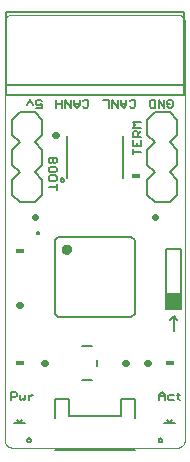
<source format=gto>
G75*
%MOIN*%
%OFA0B0*%
%FSLAX25Y25*%
%IPPOS*%
%LPD*%
%AMOC8*
5,1,8,0,0,1.08239X$1,22.5*
%
%ADD10C,0.00000*%
%ADD11C,0.00500*%
%ADD12C,0.00800*%
%ADD13C,0.02200*%
%ADD14R,0.03000X0.01800*%
%ADD15C,0.00600*%
%ADD16C,0.00787*%
%ADD17C,0.01575*%
D10*
X0032595Y0027058D02*
X0032595Y0166433D01*
X0032597Y0166531D01*
X0032603Y0166629D01*
X0032612Y0166727D01*
X0032626Y0166824D01*
X0032643Y0166921D01*
X0032664Y0167017D01*
X0032689Y0167112D01*
X0032717Y0167206D01*
X0032750Y0167298D01*
X0032785Y0167390D01*
X0032825Y0167480D01*
X0032867Y0167568D01*
X0032914Y0167655D01*
X0032963Y0167739D01*
X0033016Y0167822D01*
X0033072Y0167902D01*
X0033132Y0167981D01*
X0033194Y0168057D01*
X0033259Y0168130D01*
X0033327Y0168201D01*
X0033398Y0168269D01*
X0033471Y0168334D01*
X0033547Y0168396D01*
X0033626Y0168456D01*
X0033706Y0168512D01*
X0033789Y0168565D01*
X0033873Y0168614D01*
X0033960Y0168661D01*
X0034048Y0168703D01*
X0034138Y0168743D01*
X0034230Y0168778D01*
X0034322Y0168811D01*
X0034416Y0168839D01*
X0034511Y0168864D01*
X0034607Y0168885D01*
X0034704Y0168902D01*
X0034801Y0168916D01*
X0034899Y0168925D01*
X0034997Y0168931D01*
X0035095Y0168933D01*
X0090095Y0168933D01*
X0090193Y0168931D01*
X0090291Y0168925D01*
X0090389Y0168916D01*
X0090486Y0168902D01*
X0090583Y0168885D01*
X0090679Y0168864D01*
X0090774Y0168839D01*
X0090868Y0168811D01*
X0090960Y0168778D01*
X0091052Y0168743D01*
X0091142Y0168703D01*
X0091230Y0168661D01*
X0091317Y0168614D01*
X0091401Y0168565D01*
X0091484Y0168512D01*
X0091564Y0168456D01*
X0091643Y0168396D01*
X0091719Y0168334D01*
X0091792Y0168269D01*
X0091863Y0168201D01*
X0091931Y0168130D01*
X0091996Y0168057D01*
X0092058Y0167981D01*
X0092118Y0167902D01*
X0092174Y0167822D01*
X0092227Y0167739D01*
X0092276Y0167655D01*
X0092323Y0167568D01*
X0092365Y0167480D01*
X0092405Y0167390D01*
X0092440Y0167298D01*
X0092473Y0167206D01*
X0092501Y0167112D01*
X0092526Y0167017D01*
X0092547Y0166921D01*
X0092564Y0166824D01*
X0092578Y0166727D01*
X0092587Y0166629D01*
X0092593Y0166531D01*
X0092595Y0166433D01*
X0092595Y0027058D01*
X0092593Y0026960D01*
X0092587Y0026862D01*
X0092578Y0026764D01*
X0092564Y0026667D01*
X0092547Y0026570D01*
X0092526Y0026474D01*
X0092501Y0026379D01*
X0092473Y0026285D01*
X0092440Y0026193D01*
X0092405Y0026101D01*
X0092365Y0026011D01*
X0092323Y0025923D01*
X0092276Y0025836D01*
X0092227Y0025752D01*
X0092174Y0025669D01*
X0092118Y0025589D01*
X0092058Y0025510D01*
X0091996Y0025434D01*
X0091931Y0025361D01*
X0091863Y0025290D01*
X0091792Y0025222D01*
X0091719Y0025157D01*
X0091643Y0025095D01*
X0091564Y0025035D01*
X0091484Y0024979D01*
X0091401Y0024926D01*
X0091317Y0024877D01*
X0091230Y0024830D01*
X0091142Y0024788D01*
X0091052Y0024748D01*
X0090960Y0024713D01*
X0090868Y0024680D01*
X0090774Y0024652D01*
X0090679Y0024627D01*
X0090583Y0024606D01*
X0090486Y0024589D01*
X0090389Y0024575D01*
X0090291Y0024566D01*
X0090193Y0024560D01*
X0090095Y0024558D01*
X0035095Y0024558D01*
X0034997Y0024560D01*
X0034899Y0024566D01*
X0034801Y0024575D01*
X0034704Y0024589D01*
X0034607Y0024606D01*
X0034511Y0024627D01*
X0034416Y0024652D01*
X0034322Y0024680D01*
X0034230Y0024713D01*
X0034138Y0024748D01*
X0034048Y0024788D01*
X0033960Y0024830D01*
X0033873Y0024877D01*
X0033789Y0024926D01*
X0033706Y0024979D01*
X0033626Y0025035D01*
X0033547Y0025095D01*
X0033471Y0025157D01*
X0033398Y0025222D01*
X0033327Y0025290D01*
X0033259Y0025361D01*
X0033194Y0025434D01*
X0033132Y0025510D01*
X0033072Y0025589D01*
X0033016Y0025669D01*
X0032963Y0025752D01*
X0032914Y0025836D01*
X0032867Y0025923D01*
X0032825Y0026011D01*
X0032785Y0026101D01*
X0032750Y0026193D01*
X0032717Y0026285D01*
X0032689Y0026379D01*
X0032664Y0026474D01*
X0032643Y0026570D01*
X0032626Y0026667D01*
X0032612Y0026764D01*
X0032603Y0026862D01*
X0032597Y0026960D01*
X0032595Y0027058D01*
D11*
X0034720Y0040433D02*
X0034720Y0043135D01*
X0036071Y0043135D01*
X0036522Y0042685D01*
X0036522Y0041784D01*
X0036071Y0041334D01*
X0034720Y0041334D01*
X0037667Y0040883D02*
X0038117Y0040433D01*
X0038567Y0040883D01*
X0039018Y0040433D01*
X0039468Y0040883D01*
X0039468Y0042235D01*
X0040613Y0042235D02*
X0040613Y0040433D01*
X0040613Y0041334D02*
X0041514Y0042235D01*
X0041964Y0042235D01*
X0037667Y0042235D02*
X0037667Y0040883D01*
X0040095Y0027058D02*
X0040097Y0027108D01*
X0040103Y0027157D01*
X0040113Y0027206D01*
X0040126Y0027253D01*
X0040144Y0027300D01*
X0040165Y0027345D01*
X0040189Y0027388D01*
X0040217Y0027429D01*
X0040248Y0027468D01*
X0040282Y0027504D01*
X0040319Y0027538D01*
X0040359Y0027568D01*
X0040400Y0027595D01*
X0040444Y0027619D01*
X0040489Y0027639D01*
X0040536Y0027655D01*
X0040584Y0027668D01*
X0040633Y0027677D01*
X0040683Y0027682D01*
X0040732Y0027683D01*
X0040782Y0027680D01*
X0040831Y0027673D01*
X0040880Y0027662D01*
X0040927Y0027648D01*
X0040973Y0027629D01*
X0041018Y0027607D01*
X0041061Y0027582D01*
X0041101Y0027553D01*
X0041139Y0027521D01*
X0041175Y0027487D01*
X0041208Y0027449D01*
X0041237Y0027409D01*
X0041263Y0027367D01*
X0041286Y0027323D01*
X0041305Y0027277D01*
X0041321Y0027230D01*
X0041333Y0027181D01*
X0041341Y0027132D01*
X0041345Y0027083D01*
X0041345Y0027033D01*
X0041341Y0026984D01*
X0041333Y0026935D01*
X0041321Y0026886D01*
X0041305Y0026839D01*
X0041286Y0026793D01*
X0041263Y0026749D01*
X0041237Y0026707D01*
X0041208Y0026667D01*
X0041175Y0026629D01*
X0041139Y0026595D01*
X0041101Y0026563D01*
X0041061Y0026534D01*
X0041018Y0026509D01*
X0040973Y0026487D01*
X0040927Y0026468D01*
X0040880Y0026454D01*
X0040831Y0026443D01*
X0040782Y0026436D01*
X0040732Y0026433D01*
X0040683Y0026434D01*
X0040633Y0026439D01*
X0040584Y0026448D01*
X0040536Y0026461D01*
X0040489Y0026477D01*
X0040444Y0026497D01*
X0040400Y0026521D01*
X0040359Y0026548D01*
X0040319Y0026578D01*
X0040282Y0026612D01*
X0040248Y0026648D01*
X0040217Y0026687D01*
X0040189Y0026728D01*
X0040165Y0026771D01*
X0040144Y0026816D01*
X0040126Y0026863D01*
X0040113Y0026910D01*
X0040103Y0026959D01*
X0040097Y0027008D01*
X0040095Y0027058D01*
X0083845Y0027058D02*
X0083847Y0027108D01*
X0083853Y0027157D01*
X0083863Y0027206D01*
X0083876Y0027253D01*
X0083894Y0027300D01*
X0083915Y0027345D01*
X0083939Y0027388D01*
X0083967Y0027429D01*
X0083998Y0027468D01*
X0084032Y0027504D01*
X0084069Y0027538D01*
X0084109Y0027568D01*
X0084150Y0027595D01*
X0084194Y0027619D01*
X0084239Y0027639D01*
X0084286Y0027655D01*
X0084334Y0027668D01*
X0084383Y0027677D01*
X0084433Y0027682D01*
X0084482Y0027683D01*
X0084532Y0027680D01*
X0084581Y0027673D01*
X0084630Y0027662D01*
X0084677Y0027648D01*
X0084723Y0027629D01*
X0084768Y0027607D01*
X0084811Y0027582D01*
X0084851Y0027553D01*
X0084889Y0027521D01*
X0084925Y0027487D01*
X0084958Y0027449D01*
X0084987Y0027409D01*
X0085013Y0027367D01*
X0085036Y0027323D01*
X0085055Y0027277D01*
X0085071Y0027230D01*
X0085083Y0027181D01*
X0085091Y0027132D01*
X0085095Y0027083D01*
X0085095Y0027033D01*
X0085091Y0026984D01*
X0085083Y0026935D01*
X0085071Y0026886D01*
X0085055Y0026839D01*
X0085036Y0026793D01*
X0085013Y0026749D01*
X0084987Y0026707D01*
X0084958Y0026667D01*
X0084925Y0026629D01*
X0084889Y0026595D01*
X0084851Y0026563D01*
X0084811Y0026534D01*
X0084768Y0026509D01*
X0084723Y0026487D01*
X0084677Y0026468D01*
X0084630Y0026454D01*
X0084581Y0026443D01*
X0084532Y0026436D01*
X0084482Y0026433D01*
X0084433Y0026434D01*
X0084383Y0026439D01*
X0084334Y0026448D01*
X0084286Y0026461D01*
X0084239Y0026477D01*
X0084194Y0026497D01*
X0084150Y0026521D01*
X0084109Y0026548D01*
X0084069Y0026578D01*
X0084032Y0026612D01*
X0083998Y0026648D01*
X0083967Y0026687D01*
X0083939Y0026728D01*
X0083915Y0026771D01*
X0083894Y0026816D01*
X0083876Y0026863D01*
X0083863Y0026910D01*
X0083853Y0026959D01*
X0083847Y0027008D01*
X0083845Y0027058D01*
X0084095Y0040433D02*
X0084095Y0042235D01*
X0084996Y0043135D01*
X0085897Y0042235D01*
X0085897Y0040433D01*
X0087042Y0040883D02*
X0087492Y0040433D01*
X0088843Y0040433D01*
X0090439Y0040883D02*
X0090889Y0040433D01*
X0090439Y0040883D02*
X0090439Y0042685D01*
X0090889Y0042235D02*
X0089988Y0042235D01*
X0088843Y0042235D02*
X0087492Y0042235D01*
X0087042Y0041784D01*
X0087042Y0040883D01*
X0085897Y0041784D02*
X0084095Y0041784D01*
X0088845Y0063308D02*
X0088845Y0068308D01*
X0090095Y0067058D01*
X0088845Y0068308D02*
X0087595Y0067058D01*
X0086345Y0070808D02*
X0091345Y0070808D01*
X0091345Y0075808D01*
X0086345Y0075808D01*
X0086345Y0070808D01*
X0086345Y0090808D01*
X0091345Y0090808D01*
X0091345Y0070808D01*
X0086345Y0070808D01*
X0086345Y0071307D02*
X0091345Y0071307D01*
X0091345Y0071805D02*
X0086345Y0071805D01*
X0086345Y0072304D02*
X0091345Y0072304D01*
X0091345Y0072802D02*
X0086345Y0072802D01*
X0086345Y0073301D02*
X0091345Y0073301D01*
X0091345Y0073799D02*
X0086345Y0073799D01*
X0086345Y0074298D02*
X0091345Y0074298D01*
X0091345Y0074796D02*
X0086345Y0074796D01*
X0086345Y0075295D02*
X0091345Y0075295D01*
X0091345Y0075793D02*
X0086345Y0075793D01*
X0075268Y0122308D02*
X0075268Y0124110D01*
X0075268Y0123209D02*
X0077970Y0123209D01*
X0077970Y0125255D02*
X0077970Y0127056D01*
X0077970Y0128201D02*
X0075268Y0128201D01*
X0075268Y0129552D01*
X0075718Y0130003D01*
X0076619Y0130003D01*
X0077069Y0129552D01*
X0077069Y0128201D01*
X0077069Y0129102D02*
X0077970Y0130003D01*
X0077970Y0131148D02*
X0075268Y0131148D01*
X0076169Y0132048D01*
X0075268Y0132949D01*
X0077970Y0132949D01*
X0075645Y0137856D02*
X0076095Y0138306D01*
X0076095Y0140108D01*
X0075645Y0140558D01*
X0074744Y0140558D01*
X0074294Y0140108D01*
X0073149Y0140558D02*
X0073149Y0138757D01*
X0072248Y0137856D01*
X0071347Y0138757D01*
X0071347Y0140558D01*
X0070202Y0140558D02*
X0070202Y0137856D01*
X0068401Y0140558D01*
X0068401Y0137856D01*
X0067256Y0137856D02*
X0067256Y0140558D01*
X0065454Y0140558D01*
X0060470Y0140108D02*
X0060470Y0138306D01*
X0060020Y0137856D01*
X0059119Y0137856D01*
X0058669Y0138306D01*
X0057524Y0138757D02*
X0057524Y0140558D01*
X0058669Y0140108D02*
X0059119Y0140558D01*
X0060020Y0140558D01*
X0060470Y0140108D01*
X0057524Y0139207D02*
X0055722Y0139207D01*
X0055722Y0138757D02*
X0055722Y0140558D01*
X0054577Y0140558D02*
X0054577Y0137856D01*
X0052776Y0140558D01*
X0052776Y0137856D01*
X0051631Y0137856D02*
X0051631Y0140558D01*
X0051631Y0139207D02*
X0049829Y0139207D01*
X0049829Y0137856D02*
X0049829Y0140558D01*
X0044845Y0140108D02*
X0044395Y0140558D01*
X0043494Y0140558D01*
X0043044Y0140108D01*
X0043044Y0139207D01*
X0043494Y0138757D01*
X0043944Y0138757D01*
X0044845Y0139207D01*
X0044845Y0137856D01*
X0043044Y0137856D01*
X0041899Y0138757D02*
X0040998Y0140558D01*
X0040097Y0138757D01*
X0047220Y0121183D02*
X0047220Y0119832D01*
X0047671Y0119382D01*
X0048121Y0119382D01*
X0048571Y0119832D01*
X0048571Y0121183D01*
X0047220Y0121183D02*
X0049922Y0121183D01*
X0049922Y0119832D01*
X0049472Y0119382D01*
X0049022Y0119382D01*
X0048571Y0119832D01*
X0047671Y0118237D02*
X0047220Y0117786D01*
X0047220Y0116885D01*
X0047671Y0116435D01*
X0049472Y0116435D01*
X0049922Y0116885D01*
X0049922Y0117786D01*
X0049472Y0118237D01*
X0047671Y0118237D01*
X0047671Y0115290D02*
X0047220Y0114840D01*
X0047220Y0113939D01*
X0047671Y0113488D01*
X0049472Y0113488D01*
X0049922Y0113939D01*
X0049922Y0114840D01*
X0049472Y0115290D01*
X0047671Y0115290D01*
X0049922Y0112344D02*
X0049922Y0110542D01*
X0049922Y0111443D02*
X0047220Y0111443D01*
X0056623Y0137856D02*
X0055722Y0138757D01*
X0056623Y0137856D02*
X0057524Y0138757D01*
X0071347Y0139207D02*
X0073149Y0139207D01*
X0074294Y0138306D02*
X0074744Y0137856D01*
X0075645Y0137856D01*
X0080901Y0138306D02*
X0081351Y0137856D01*
X0082702Y0137856D01*
X0082702Y0140558D01*
X0081351Y0140558D01*
X0080901Y0140108D01*
X0080901Y0138306D01*
X0083847Y0137856D02*
X0083847Y0140558D01*
X0085649Y0137856D01*
X0085649Y0140558D01*
X0086794Y0140108D02*
X0086794Y0139207D01*
X0087694Y0139207D01*
X0086794Y0140108D02*
X0087244Y0140558D01*
X0088145Y0140558D01*
X0088595Y0140108D01*
X0088595Y0138306D01*
X0088145Y0137856D01*
X0087244Y0137856D01*
X0086794Y0138306D01*
X0077970Y0125255D02*
X0075268Y0125255D01*
X0075268Y0127056D01*
X0076619Y0126155D02*
X0076619Y0125255D01*
D12*
X0080095Y0123933D02*
X0080095Y0118933D01*
X0082595Y0116433D01*
X0080095Y0113933D01*
X0080095Y0108933D01*
X0082595Y0106433D01*
X0087595Y0106433D01*
X0090095Y0108933D01*
X0090095Y0113933D01*
X0087595Y0116433D01*
X0090095Y0118933D01*
X0090095Y0123933D01*
X0087595Y0126433D01*
X0090095Y0128933D01*
X0090095Y0133933D01*
X0087595Y0136433D01*
X0082595Y0136433D01*
X0080095Y0133933D01*
X0080095Y0128933D01*
X0082595Y0126433D01*
X0080095Y0123933D01*
X0092364Y0142260D02*
X0092364Y0145409D01*
X0032915Y0145409D01*
X0032915Y0169819D01*
X0092364Y0169819D01*
X0092364Y0145409D01*
X0092364Y0142260D02*
X0032915Y0142260D01*
X0032915Y0145409D01*
X0037595Y0136433D02*
X0042595Y0136433D01*
X0045095Y0133933D01*
X0045095Y0128933D01*
X0042595Y0126433D01*
X0045095Y0123933D01*
X0045095Y0118933D01*
X0042595Y0116433D01*
X0045095Y0113933D01*
X0045095Y0108933D01*
X0042595Y0106433D01*
X0037595Y0106433D01*
X0035095Y0108933D01*
X0035095Y0113933D01*
X0037595Y0116433D01*
X0035095Y0118933D01*
X0035095Y0123933D01*
X0037595Y0126433D01*
X0035095Y0128933D01*
X0035095Y0133933D01*
X0037595Y0136433D01*
X0051180Y0113783D02*
X0051182Y0113830D01*
X0051188Y0113877D01*
X0051198Y0113924D01*
X0051211Y0113969D01*
X0051229Y0114013D01*
X0051250Y0114055D01*
X0051274Y0114096D01*
X0051302Y0114134D01*
X0051333Y0114170D01*
X0051367Y0114203D01*
X0051403Y0114233D01*
X0051442Y0114260D01*
X0051483Y0114284D01*
X0051526Y0114304D01*
X0051570Y0114320D01*
X0051616Y0114333D01*
X0051662Y0114342D01*
X0051710Y0114347D01*
X0051757Y0114348D01*
X0051804Y0114345D01*
X0051851Y0114338D01*
X0051897Y0114327D01*
X0051942Y0114313D01*
X0051986Y0114294D01*
X0052027Y0114272D01*
X0052067Y0114247D01*
X0052105Y0114218D01*
X0052140Y0114187D01*
X0052173Y0114152D01*
X0052202Y0114115D01*
X0052228Y0114076D01*
X0052251Y0114034D01*
X0052270Y0113991D01*
X0052286Y0113946D01*
X0052298Y0113900D01*
X0052306Y0113854D01*
X0052310Y0113807D01*
X0052310Y0113759D01*
X0052306Y0113712D01*
X0052298Y0113666D01*
X0052286Y0113620D01*
X0052270Y0113575D01*
X0052251Y0113532D01*
X0052228Y0113490D01*
X0052202Y0113451D01*
X0052173Y0113414D01*
X0052140Y0113379D01*
X0052105Y0113348D01*
X0052067Y0113319D01*
X0052028Y0113294D01*
X0051986Y0113272D01*
X0051942Y0113253D01*
X0051897Y0113239D01*
X0051851Y0113228D01*
X0051804Y0113221D01*
X0051757Y0113218D01*
X0051710Y0113219D01*
X0051662Y0113224D01*
X0051616Y0113233D01*
X0051570Y0113246D01*
X0051526Y0113262D01*
X0051483Y0113282D01*
X0051442Y0113306D01*
X0051403Y0113333D01*
X0051367Y0113363D01*
X0051333Y0113396D01*
X0051302Y0113432D01*
X0051274Y0113470D01*
X0051250Y0113511D01*
X0051229Y0113553D01*
X0051211Y0113597D01*
X0051198Y0113642D01*
X0051188Y0113689D01*
X0051182Y0113736D01*
X0051180Y0113783D01*
X0058405Y0058283D02*
X0061786Y0058283D01*
X0063286Y0053740D02*
X0063286Y0051626D01*
X0061786Y0047083D02*
X0058405Y0047083D01*
X0053934Y0040779D02*
X0053934Y0035267D01*
X0071257Y0035267D01*
X0071257Y0040779D01*
X0075981Y0040779D01*
X0075981Y0034479D01*
X0075981Y0023849D02*
X0049209Y0023849D01*
X0049209Y0034479D02*
X0049209Y0040779D01*
X0053934Y0040779D01*
X0039406Y0032639D02*
X0037595Y0032639D01*
X0036675Y0033859D01*
X0035784Y0032639D02*
X0037595Y0032639D01*
X0037695Y0032699D02*
X0038455Y0033859D01*
X0085784Y0032639D02*
X0087595Y0032639D01*
X0086675Y0033859D01*
X0087595Y0032639D02*
X0089406Y0032639D01*
X0088455Y0033859D02*
X0087695Y0032699D01*
D13*
X0080215Y0052683D02*
X0079975Y0052683D01*
X0073028Y0052683D02*
X0072788Y0052683D01*
X0045840Y0052683D02*
X0045600Y0052683D01*
X0037715Y0072058D02*
X0037475Y0072058D01*
X0042595Y0101313D02*
X0042595Y0101553D01*
X0049350Y0128933D02*
X0049590Y0128933D01*
X0082595Y0101553D02*
X0082595Y0101313D01*
D14*
X0076345Y0115183D03*
X0087595Y0052683D03*
X0037595Y0052683D03*
X0037595Y0090183D03*
D15*
X0049209Y0093638D02*
X0049209Y0069228D01*
X0050390Y0068047D01*
X0074800Y0068047D01*
X0075981Y0069228D01*
X0075981Y0093638D01*
X0074800Y0094819D01*
X0050390Y0094819D01*
X0049209Y0093638D01*
X0053296Y0114335D02*
X0053296Y0128531D01*
X0071894Y0128531D02*
X0071894Y0114335D01*
D16*
X0043304Y0096016D02*
X0043306Y0096055D01*
X0043312Y0096094D01*
X0043322Y0096132D01*
X0043335Y0096169D01*
X0043352Y0096204D01*
X0043372Y0096238D01*
X0043396Y0096269D01*
X0043423Y0096298D01*
X0043452Y0096324D01*
X0043484Y0096347D01*
X0043518Y0096367D01*
X0043554Y0096383D01*
X0043591Y0096395D01*
X0043630Y0096404D01*
X0043669Y0096409D01*
X0043708Y0096410D01*
X0043747Y0096407D01*
X0043786Y0096400D01*
X0043823Y0096389D01*
X0043860Y0096375D01*
X0043895Y0096357D01*
X0043928Y0096336D01*
X0043959Y0096311D01*
X0043987Y0096284D01*
X0044012Y0096254D01*
X0044034Y0096221D01*
X0044053Y0096187D01*
X0044068Y0096151D01*
X0044080Y0096113D01*
X0044088Y0096075D01*
X0044092Y0096036D01*
X0044092Y0095996D01*
X0044088Y0095957D01*
X0044080Y0095919D01*
X0044068Y0095881D01*
X0044053Y0095845D01*
X0044034Y0095811D01*
X0044012Y0095778D01*
X0043987Y0095748D01*
X0043959Y0095721D01*
X0043928Y0095696D01*
X0043895Y0095675D01*
X0043860Y0095657D01*
X0043823Y0095643D01*
X0043786Y0095632D01*
X0043747Y0095625D01*
X0043708Y0095622D01*
X0043669Y0095623D01*
X0043630Y0095628D01*
X0043591Y0095637D01*
X0043554Y0095649D01*
X0043518Y0095665D01*
X0043484Y0095685D01*
X0043452Y0095708D01*
X0043423Y0095734D01*
X0043396Y0095763D01*
X0043372Y0095794D01*
X0043352Y0095828D01*
X0043335Y0095863D01*
X0043322Y0095900D01*
X0043312Y0095938D01*
X0043306Y0095977D01*
X0043304Y0096016D01*
D17*
X0052359Y0090685D02*
X0052361Y0090741D01*
X0052367Y0090796D01*
X0052377Y0090850D01*
X0052390Y0090904D01*
X0052408Y0090957D01*
X0052429Y0091008D01*
X0052453Y0091058D01*
X0052481Y0091106D01*
X0052513Y0091152D01*
X0052547Y0091196D01*
X0052585Y0091237D01*
X0052625Y0091275D01*
X0052668Y0091310D01*
X0052713Y0091342D01*
X0052761Y0091371D01*
X0052810Y0091397D01*
X0052861Y0091419D01*
X0052913Y0091437D01*
X0052967Y0091451D01*
X0053022Y0091462D01*
X0053077Y0091469D01*
X0053132Y0091472D01*
X0053188Y0091471D01*
X0053243Y0091466D01*
X0053298Y0091457D01*
X0053352Y0091445D01*
X0053405Y0091428D01*
X0053457Y0091408D01*
X0053507Y0091384D01*
X0053555Y0091357D01*
X0053602Y0091327D01*
X0053646Y0091293D01*
X0053688Y0091256D01*
X0053726Y0091216D01*
X0053763Y0091174D01*
X0053796Y0091129D01*
X0053825Y0091083D01*
X0053852Y0091034D01*
X0053874Y0090983D01*
X0053894Y0090931D01*
X0053909Y0090877D01*
X0053921Y0090823D01*
X0053929Y0090768D01*
X0053933Y0090713D01*
X0053933Y0090657D01*
X0053929Y0090602D01*
X0053921Y0090547D01*
X0053909Y0090493D01*
X0053894Y0090439D01*
X0053874Y0090387D01*
X0053852Y0090336D01*
X0053825Y0090287D01*
X0053796Y0090241D01*
X0053763Y0090196D01*
X0053726Y0090154D01*
X0053688Y0090114D01*
X0053646Y0090077D01*
X0053602Y0090043D01*
X0053555Y0090013D01*
X0053507Y0089986D01*
X0053457Y0089962D01*
X0053405Y0089942D01*
X0053352Y0089925D01*
X0053298Y0089913D01*
X0053243Y0089904D01*
X0053188Y0089899D01*
X0053132Y0089898D01*
X0053077Y0089901D01*
X0053022Y0089908D01*
X0052967Y0089919D01*
X0052913Y0089933D01*
X0052861Y0089951D01*
X0052810Y0089973D01*
X0052761Y0089999D01*
X0052713Y0090028D01*
X0052668Y0090060D01*
X0052625Y0090095D01*
X0052585Y0090133D01*
X0052547Y0090174D01*
X0052513Y0090218D01*
X0052481Y0090264D01*
X0052453Y0090312D01*
X0052429Y0090362D01*
X0052408Y0090413D01*
X0052390Y0090466D01*
X0052377Y0090520D01*
X0052367Y0090574D01*
X0052361Y0090629D01*
X0052359Y0090685D01*
M02*

</source>
